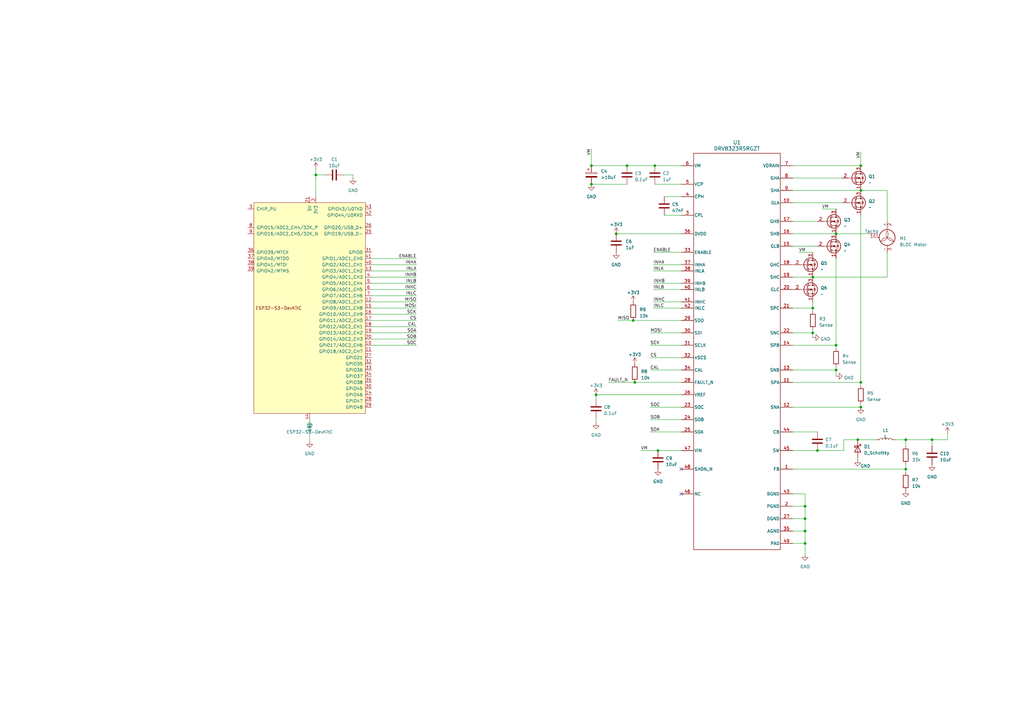
<source format=kicad_sch>
(kicad_sch (version 20230121) (generator eeschema)
  (paper "A3")
  (lib_symbols
    (symbol "2023-05-02_18-14-59:DRV8323RSRGZT" (pin_names (offset 0.254))
      (property "Reference" "U1" (at 0 85.725 0))
      (property "Value" "DRV8323RSRGZT" (at 0 83.185 0))
      (symbol "DRV8323RSRGZT_0_1"
        (polyline (pts (xy -17.78 -81.28) (xy 17.78 -81.28)) (stroke (width 0.2032)))
        (polyline (pts (xy -17.78 81.28) (xy -17.78 -81.28)) (stroke (width 0.2032)))
        (polyline (pts (xy 17.78 -81.28) (xy 17.78 81.28)) (stroke (width 0.2032)))
        (polyline (pts (xy 17.78 81.28) (xy -17.78 81.28)) (stroke (width 0.2032)))
        (pin input line (at 22.86 -48.26 180) (length 5.08) (name "FB") (number "1"))
        (pin output line (at 22.86 60.96 180) (length 5.08) (name "GLA") (number "10"))
        (pin input line (at 22.86 -12.7 180) (length 5.08) (name "SPA") (number "11"))
        (pin input line (at 22.86 -22.86 180) (length 5.08) (name "SNA") (number "12"))
        (pin input line (at 22.86 -7.62 180) (length 5.08) (name "SNB") (number "13"))
        (pin input line (at 22.86 2.54 180) (length 5.08) (name "SPB") (number "14"))
        (pin output line (at 22.86 43.18 180) (length 5.08) (name "GLB") (number "15"))
        (pin input line (at 22.86 48.26 180) (length 5.08) (name "SHB") (number "16"))
        (pin output line (at 22.86 53.34 180) (length 5.08) (name "GHB") (number "17"))
        (pin output line (at 22.86 35.56 180) (length 5.08) (name "GHC") (number "18"))
        (pin input line (at 22.86 30.48 180) (length 5.08) (name "SHC") (number "19"))
        (pin power_in line (at 22.86 -63.5 180) (length 5.08) (name "PGND") (number "2"))
        (pin output line (at 22.86 25.4 180) (length 5.08) (name "GLC") (number "20"))
        (pin input line (at 22.86 17.78 180) (length 5.08) (name "SPC") (number "21"))
        (pin input line (at 22.86 7.62 180) (length 5.08) (name "SNC") (number "22"))
        (pin output line (at -22.86 -22.86 0) (length 5.08) (name "SOC") (number "23"))
        (pin output line (at -22.86 -27.94 0) (length 5.08) (name "SOB") (number "24"))
        (pin output line (at -22.86 -33.02 0) (length 5.08) (name "SOA") (number "25"))
        (pin input line (at -22.86 -17.78 0) (length 5.08) (name "VREF") (number "26"))
        (pin power_in line (at 22.86 -68.58 180) (length 5.08) (name "DGND") (number "27"))
        (pin open_collector line (at -22.86 -12.7 0) (length 5.08) (name "FAULT_N") (number "28"))
        (pin unspecified line (at -22.86 55.88 0) (length 5.08) (name "CPL") (number "3"))
        (pin input line (at -22.86 40.64 0) (length 5.08) (name "ENABLE") (number "33"))
        (pin input line (at -22.86 -7.62 0) (length 5.08) (name "CAL") (number "34"))
        (pin power_in line (at 22.86 -73.66 180) (length 5.08) (name "AGND") (number "35"))
        (pin power_in line (at -22.86 48.26 0) (length 5.08) (name "DVDD") (number "36"))
        (pin input line (at -22.86 35.56 0) (length 5.08) (name "INHA") (number "37"))
        (pin input line (at -22.86 33.02 0) (length 5.08) (name "INLA") (number "38"))
        (pin input line (at -22.86 27.94 0) (length 5.08) (name "INHB") (number "39"))
        (pin unspecified line (at -22.86 63.5 0) (length 5.08) (name "CPH") (number "4"))
        (pin input line (at -22.86 25.4 0) (length 5.08) (name "INLB") (number "40"))
        (pin input line (at -22.86 20.32 0) (length 5.08) (name "INHC") (number "41"))
        (pin input line (at -22.86 17.78 0) (length 5.08) (name "INLC") (number "42"))
        (pin power_in line (at 22.86 -58.42 180) (length 5.08) (name "BGND") (number "43"))
        (pin power_in line (at 22.86 -33.02 180) (length 5.08) (name "CB") (number "44"))
        (pin power_in line (at 22.86 -40.64 180) (length 5.08) (name "SW") (number "45"))
        (pin unspecified line (at -22.86 -58.42 0) (length 5.08) (name "NC") (number "46"))
        (pin power_in line (at -22.86 -40.64 0) (length 5.08) (name "VIN") (number "47"))
        (pin input line (at -22.86 -48.26 0) (length 5.08) (name "SHDN_N") (number "48"))
        (pin power_in line (at 22.86 -78.74 180) (length 5.08) (name "PAD") (number "49"))
        (pin power_in line (at -22.86 68.58 0) (length 5.08) (name "VCP") (number "5"))
        (pin power_in line (at -22.86 76.2 0) (length 5.08) (name "VM") (number "6"))
        (pin input line (at 22.86 76.2 180) (length 5.08) (name "VDRAIN") (number "7"))
        (pin output line (at 22.86 71.12 180) (length 5.08) (name "GHA") (number "8"))
        (pin input line (at 22.86 66.04 180) (length 5.08) (name "SHA") (number "9"))
      )
      (symbol "DRV8323RSRGZT_1_1"
        (pin output line (at -22.86 12.7 0) (length 5.08) (name "SDO") (number "29"))
        (pin input line (at -22.86 7.62 0) (length 5.08) (name "SDI") (number "30"))
        (pin input line (at -22.86 2.54 0) (length 5.08) (name "SCLK") (number "31"))
        (pin input line (at -22.86 -2.54 0) (length 5.08) (name "nSCS") (number "32"))
      )
    )
    (symbol "Device:C" (pin_numbers hide) (pin_names (offset 0.254))
      (property "Reference" "C" (at 0.635 2.54 0))
      (property "Value" "C" (at 0.635 -2.54 0))
      (symbol "C_0_1"
        (polyline (pts (xy -2.032 -0.762) (xy 2.032 -0.762)) (stroke (width 0.508)))
        (polyline (pts (xy -2.032 0.762) (xy 2.032 0.762)) (stroke (width 0.508)))
      )
      (symbol "C_1_1"
        (pin passive line (at 0 3.81 270) (length 2.794) (name "~") (number "1"))
        (pin passive line (at 0 -3.81 90) (length 2.794) (name "~") (number "2"))
      )
    )
    (symbol "Device:C_Polarized" (pin_numbers hide) (pin_names (offset 0.254))
      (property "Reference" "C" (at 0.635 2.54 0))
      (property "Value" "C_Polarized" (at 0.635 -2.54 0))
      (symbol "C_Polarized_0_1"
        (rectangle (start -2.286 0.508) (end 2.286 1.016))
        (polyline (pts (xy -1.778 2.286) (xy -0.762 2.286)))
        (polyline (pts (xy -1.27 2.794) (xy -1.27 1.778)))
        (rectangle (start 2.286 -0.508) (end -2.286 -1.016) (fill (type outline)))
      )
      (symbol "C_Polarized_1_1"
        (pin passive line (at 0 3.81 270) (length 2.794) (name "~") (number "1"))
        (pin passive line (at 0 -3.81 90) (length 2.794) (name "~") (number "2"))
      )
    )
    (symbol "Device:D_Schottky" (pin_numbers hide) (pin_names (offset 1.016) hide)
      (property "Reference" "D" (at 0 2.54 0))
      (property "Value" "D_Schottky" (at 0 -2.54 0))
      (symbol "D_Schottky_0_1"
        (polyline (pts (xy 1.27 0) (xy -1.27 0)))
        (polyline (pts (xy 1.27 1.27) (xy 1.27 -1.27) (xy -1.27 0) (xy 1.27 1.27)) (stroke (width 0.254)))
        (polyline (pts (xy -1.905 0.635) (xy -1.905 1.27) (xy -1.27 1.27) (xy -1.27 -1.27) (xy -0.635 -1.27) (xy -0.635 -0.635)) (stroke (width 0.254)))
      )
      (symbol "D_Schottky_1_1"
        (pin passive line (at -3.81 0 0) (length 2.54) (name "K") (number "1"))
        (pin passive line (at 3.81 0 180) (length 2.54) (name "A") (number "2"))
      )
    )
    (symbol "Device:L" (pin_numbers hide) (pin_names (offset 1.016) hide)
      (property "Reference" "L" (at -1.27 0 90))
      (property "Value" "L" (at 1.905 0 90))
      (symbol "L_0_1"
        (arc (start 0 -2.54) (mid 0.6323 -1.905) (end 0 -1.27))
        (arc (start 0 -1.27) (mid 0.6323 -0.635) (end 0 0))
        (arc (start 0 0) (mid 0.6323 0.635) (end 0 1.27))
        (arc (start 0 1.27) (mid 0.6323 1.905) (end 0 2.54))
      )
      (symbol "L_1_1"
        (pin passive line (at 0 3.81 270) (length 1.27) (name "1") (number "1"))
        (pin passive line (at 0 -3.81 90) (length 1.27) (name "2") (number "2"))
      )
    )
    (symbol "Device:R" (pin_numbers hide) (pin_names (offset 0))
      (property "Reference" "R" (at 2.032 0 90))
      (property "Value" "R" (at 0 0 90))
      (symbol "R_0_1"
        (rectangle (start -1.016 -2.54) (end 1.016 2.54) (stroke (width 0.254)))
      )
      (symbol "R_1_1"
        (pin passive line (at 0 3.81 270) (length 1.27) (name "~") (number "1"))
        (pin passive line (at 0 -3.81 90) (length 1.27) (name "~") (number "2"))
      )
    )
    (symbol "Espressif:ESP32-S3-DevKitC" (pin_names (offset 1.016))
      (property "Reference" "U" (at -22.86 48.26 0))
      (property "Value" "ESP32-S3-DevKitC" (at -22.86 45.72 0))
      (symbol "ESP32-S3-DevKitC_0_0"
        (text "ESP32-S3-DevKitC" (at -12.7 0 0) (effects (font (size 1.27 1.27))))
        (pin bidirectional line (at 25.4 -35.56 180) (length 2.54) (name "GPIO46") (number "14"))
        (pin bidirectional line (at 25.4 -10.16 180) (length 2.54) (name "GPIO13/ADC2_CH2") (number "19"))
        (pin bidirectional line (at -25.4 15.24 0) (length 2.54) (name "GPIO42/MTMS") (number "39"))
        (pin bidirectional line (at 25.4 17.78 180) (length 2.54) (name "GPIO2/ADC1_CH1") (number "40"))
        (pin bidirectional line (at 25.4 20.32 180) (length 2.54) (name "GPIO1/ADC1_CH0") (number "41"))
        (pin bidirectional line (at 25.4 38.1 180) (length 2.54) (name "GPIO44/U0RXD") (number "42"))
        (pin bidirectional line (at 25.4 40.64 180) (length 2.54) (name "GPIO43/U0TXD") (number "43"))
        (pin power_in line (at 0 -43.18 270) (length 2.54) (name "GND") (number "44"))
      )
      (symbol "ESP32-S3-DevKitC_0_1"
        (rectangle (start -22.86 43.18) (end 22.86 -43.18) (fill (type background)))
        (pin power_in line (at 2.54 45.72 270) (length 2.54) (name "3V3") (number "2"))
      )
      (symbol "ESP32-S3-DevKitC_1_1"
        (pin passive line (at 2.54 45.72 270) (length 2.54) hide (name "3V3") (number "1"))
        (pin bidirectional line (at 25.4 -15.24 180) (length 2.54) (name "GPIO17/ADC2_CH6") (number "10"))
        (pin bidirectional line (at 25.4 -17.78 180) (length 2.54) (name "GPIO18/ADC2_CH7") (number "11"))
        (pin bidirectional line (at 25.4 2.54 180) (length 2.54) (name "GPIO8/ADC1_CH7") (number "12"))
        (pin bidirectional line (at 25.4 15.24 180) (length 2.54) (name "GPIO3/ADC1_CH2") (number "13"))
        (pin bidirectional line (at 25.4 0 180) (length 2.54) (name "GPIO9/ADC1_CH8") (number "15"))
        (pin bidirectional line (at 25.4 -2.54 180) (length 2.54) (name "GPIO10/ADC1_CH9") (number "16"))
        (pin bidirectional line (at 25.4 -5.08 180) (length 2.54) (name "GPIO11/ADC2_CH0") (number "17"))
        (pin bidirectional line (at 25.4 -7.62 180) (length 2.54) (name "GPIO12/ADC2_CH1") (number "18"))
        (pin bidirectional line (at 25.4 -12.7 180) (length 2.54) (name "GPIO14/ADC2_CH3") (number "20"))
        (pin power_in line (at 0 45.72 270) (length 2.54) (name "5V") (number "21"))
        (pin passive line (at 0 -43.18 270) (length 2.54) hide (name "GND") (number "22"))
        (pin passive line (at 0 -43.18 270) (length 2.54) hide (name "GND") (number "23"))
        (pin passive line (at 0 -43.18 270) (length 2.54) hide (name "GND") (number "24"))
        (pin bidirectional line (at 25.4 30.48 180) (length 2.54) (name "GPIO19/USB_D-") (number "25"))
        (pin bidirectional line (at 25.4 33.02 180) (length 2.54) (name "GPIO20/USB_D+") (number "26"))
        (pin bidirectional line (at 25.4 -20.32 180) (length 2.54) (name "GPIO21") (number "27"))
        (pin bidirectional line (at 25.4 -38.1 180) (length 2.54) (name "GPIO47") (number "28"))
        (pin bidirectional line (at 25.4 -40.64 180) (length 2.54) (name "GPIO48") (number "29"))
        (pin input line (at -25.4 40.64 0) (length 2.54) (name "CHIP_PU") (number "3"))
        (pin bidirectional line (at 25.4 -33.02 180) (length 2.54) (name "GPIO45") (number "30"))
        (pin bidirectional line (at 25.4 22.86 180) (length 2.54) (name "GPIO0") (number "31"))
        (pin bidirectional line (at 25.4 -22.86 180) (length 2.54) (name "GPIO35") (number "32"))
        (pin bidirectional line (at 25.4 -25.4 180) (length 2.54) (name "GPIO36") (number "33"))
        (pin bidirectional line (at 25.4 -27.94 180) (length 2.54) (name "GPIO37") (number "34"))
        (pin bidirectional line (at 25.4 -30.48 180) (length 2.54) (name "GPIO38") (number "35"))
        (pin bidirectional line (at -25.4 22.86 0) (length 2.54) (name "GPIO39/MTCK") (number "36"))
        (pin bidirectional line (at -25.4 20.32 0) (length 2.54) (name "GPIO40/MTDO") (number "37"))
        (pin bidirectional line (at -25.4 17.78 0) (length 2.54) (name "GPIO41/MTDI") (number "38"))
        (pin bidirectional line (at 25.4 12.7 180) (length 2.54) (name "GPIO4/ADC1_CH3") (number "4"))
        (pin bidirectional line (at 25.4 10.16 180) (length 2.54) (name "GPIO5/ADC1_CH4") (number "5"))
        (pin bidirectional line (at 25.4 7.62 180) (length 2.54) (name "GPIO6/ADC1_CH5") (number "6"))
        (pin bidirectional line (at 25.4 5.08 180) (length 2.54) (name "GPIO7/ADC1_CH6") (number "7"))
        (pin bidirectional line (at -25.4 33.02 0) (length 2.54) (name "GPIO15/ADC2_CH4/32K_P") (number "8"))
        (pin bidirectional line (at -25.4 30.48 0) (length 2.54) (name "GPIO16/ADC2_CH5/32K_N") (number "9"))
      )
    )
    (symbol "Motor:Fan_3pin" (pin_names (offset 0))
      (property "Reference" "M" (at 2.54 2.54 0))
      (property "Value" "Fan_3pin" (at 2.54 -5.08 0))
      (symbol "Fan_3pin_0_0"
        (arc (start -5.588 -1.016) (mid -5.08 -1.5218) (end -4.572 -1.016))
        (arc (start -5.08 -0.508) (mid -5.4392 -0.6568) (end -5.588 -1.016))
        (polyline (pts (xy -5.08 -0.508) (xy -5.334 -0.381)))
        (polyline (pts (xy -5.08 -0.508) (xy -5.207 -0.762)))
        (polyline (pts (xy -4.064 0) (xy -4.064 -1.524) (xy -3.302 -1.524)))
      )
      (symbol "Fan_3pin_0_1"
        (arc (start -2.54 -3.048) (mid 0.0028 -1.6279) (end 0 1.27))
        (circle (center 0 -1.524) (radius 3.2512) (stroke (width 0.254)))
        (polyline (pts (xy -4.064 0) (xy -5.08 0)))
        (polyline (pts (xy 0 -7.62) (xy 0 -7.112)))
        (polyline (pts (xy 0 -4.7752) (xy 0 -5.1816)))
        (polyline (pts (xy 0 1.7272) (xy 0 2.0828)))
        (polyline (pts (xy 0 2.032) (xy 0 2.54)))
        (arc (start 0 1.27) (mid 0.053 -1.619) (end 2.54 -3.048))
        (arc (start 2.54 -3.048) (mid 0 -1.4782) (end -2.54 -3.048))
      )
      (symbol "Fan_3pin_1_1"
        (pin passive line (at -7.62 0 0) (length 2.54) (name "Tacho") (number "1"))
        (pin passive line (at 0 5.08 270) (length 2.54) (name "+") (number "2"))
        (pin passive line (at 0 -7.62 90) (length 2.54) (name "-") (number "3"))
      )
    )
    (symbol "Transistor_FET:2N7000" (pin_names hide)
      (property "Reference" "Q" (at 5.08 1.905 0))
      (property "Value" "2N7000" (at 5.08 0 0))
      (symbol "2N7000_0_1"
        (polyline (pts (xy 0.254 0) (xy -2.54 0)))
        (polyline (pts (xy 0.254 1.905) (xy 0.254 -1.905)) (stroke (width 0.254)))
        (polyline (pts (xy 0.762 -1.27) (xy 0.762 -2.286)) (stroke (width 0.254)))
        (polyline (pts (xy 0.762 0.508) (xy 0.762 -0.508)) (stroke (width 0.254)))
        (polyline (pts (xy 0.762 2.286) (xy 0.762 1.27)) (stroke (width 0.254)))
        (polyline (pts (xy 2.54 2.54) (xy 2.54 1.778)))
        (polyline (pts (xy 2.54 -2.54) (xy 2.54 0) (xy 0.762 0)))
        (polyline (pts (xy 0.762 -1.778) (xy 3.302 -1.778) (xy 3.302 1.778) (xy 0.762 1.778)))
        (polyline (pts (xy 1.016 0) (xy 2.032 0.381) (xy 2.032 -0.381) (xy 1.016 0)) (fill (type outline)))
        (polyline (pts (xy 2.794 0.508) (xy 2.921 0.381) (xy 3.683 0.381) (xy 3.81 0.254)))
        (polyline (pts (xy 3.302 0.381) (xy 2.921 -0.254) (xy 3.683 -0.254) (xy 3.302 0.381)))
        (circle (center 1.651 0) (radius 2.794) (stroke (width 0.254)))
        (circle (center 2.54 -1.778) (radius 0.254) (fill (type outline)))
        (circle (center 2.54 1.778) (radius 0.254) (fill (type outline)))
      )
      (symbol "2N7000_1_1"
        (pin passive line (at 2.54 -5.08 90) (length 2.54) (name "S") (number "1"))
        (pin input line (at -5.08 0 0) (length 2.54) (name "G") (number "2"))
        (pin passive line (at 2.54 5.08 270) (length 2.54) (name "D") (number "3"))
      )
    )
    (symbol "power:+3V3" (power) (pin_names (offset 0))
      (property "Value" "+3V3" (at 0 3.556 0))
      (symbol "+3V3_0_1"
        (polyline (pts (xy -0.762 1.27) (xy 0 2.54)))
        (polyline (pts (xy 0 0) (xy 0 2.54)))
        (polyline (pts (xy 0 2.54) (xy 0.762 1.27)))
      )
      (symbol "+3V3_1_1"
        (pin power_in line (at 0 0 90) (length 0) hide (name "+3V3") (number "1"))
      )
    )
    (symbol "power:GND" (power) (pin_names (offset 0))
      (property "Value" "GND" (at 0 -3.81 0))
      (symbol "GND_0_1"
        (polyline (pts (xy 0 0) (xy 0 -1.27) (xy 1.27 -1.27) (xy 0 -2.54) (xy -1.27 -1.27) (xy 0 -1.27)))
      )
      (symbol "GND_1_1"
        (pin power_in line (at 0 0 270) (length 0) hide (name "GND") (number "1"))
      )
    )
  )
  (junction (at 260.35 156.845))
  (junction (at 330.2 212.725))
  (junction (at 252.73 95.885))
  (junction (at 342.9 95.885))
  (junction (at 268.605 67.945))
  (junction (at 244.475 161.925))
  (junction (at 382.27 180.34))
  (junction (at 259.715 131.445))
  (junction (at 335.28 184.785))
  (junction (at 269.875 184.785))
  (junction (at 353.06 78.105))
  (junction (at 330.2 222.885))
  (junction (at 342.9 151.765))
  (junction (at 353.06 67.945))
  (junction (at 242.57 67.945))
  (junction (at 129.54 71.755))
  (junction (at 353.06 167.005))
  (junction (at 330.2 217.805))
  (junction (at 333.375 136.525))
  (junction (at 242.57 75.565))
  (junction (at 351.79 180.34))
  (junction (at 342.9 141.605))
  (junction (at 257.175 67.945))
  (junction (at 333.375 126.365))
  (junction (at 353.06 156.845))
  (junction (at 330.2 207.645))
  (junction (at 333.375 113.665))
  (junction (at 371.475 180.34))
  (junction (at 371.475 192.405))
  (no_connect (at 279.4 202.565))
  (no_connect (at 279.4 192.405))
  (wire (pts (xy 152.4 141.605) (xy 170.815 141.605)))
  (wire (pts (xy 262.89 184.785) (xy 269.875 184.785)))
  (wire (pts (xy 152.4 106.045) (xy 170.815 106.045)))
  (wire (pts (xy 353.06 165.735) (xy 353.06 167.005)))
  (wire (pts (xy 351.79 187.96) (xy 351.79 188.595)))
  (wire (pts (xy 152.4 131.445) (xy 170.815 131.445)))
  (wire (pts (xy 371.475 182.88) (xy 371.475 180.34)))
  (wire (pts (xy 129.54 69.215) (xy 129.54 71.755)))
  (wire (pts (xy 267.97 126.365) (xy 279.4 126.365)))
  (wire (pts (xy 353.06 62.23) (xy 353.06 67.945)))
  (wire (pts (xy 242.57 60.96) (xy 242.57 67.945)))
  (wire (pts (xy 342.9 95.885) (xy 356.235 95.885)))
  (wire (pts (xy 325.12 90.805) (xy 335.28 90.805)))
  (wire (pts (xy 325.12 202.565) (xy 330.2 202.565)))
  (wire (pts (xy 252.73 95.885) (xy 279.4 95.885)))
  (wire (pts (xy 325.12 217.805) (xy 330.2 217.805)))
  (wire (pts (xy 342.9 151.765) (xy 342.9 150.495)))
  (wire (pts (xy 333.375 138.43) (xy 333.375 136.525)))
  (wire (pts (xy 342.9 142.875) (xy 342.9 141.605)))
  (wire (pts (xy 325.12 113.665) (xy 333.375 113.665)))
  (wire (pts (xy 260.35 156.845) (xy 279.4 156.845)))
  (wire (pts (xy 266.7 141.605) (xy 279.4 141.605)))
  (wire (pts (xy 330.2 202.565) (xy 330.2 207.645)))
  (wire (pts (xy 152.4 123.825) (xy 170.815 123.825)))
  (wire (pts (xy 152.4 126.365) (xy 170.815 126.365)))
  (wire (pts (xy 333.375 123.825) (xy 333.375 126.365)))
  (wire (pts (xy 325.12 207.645) (xy 330.2 207.645)))
  (wire (pts (xy 272.415 88.265) (xy 279.4 88.265)))
  (wire (pts (xy 266.7 136.525) (xy 279.4 136.525)))
  (wire (pts (xy 266.7 167.005) (xy 279.4 167.005)))
  (wire (pts (xy 325.12 83.185) (xy 345.44 83.185)))
  (wire (pts (xy 325.12 73.025) (xy 345.44 73.025)))
  (wire (pts (xy 333.375 126.365) (xy 333.375 127.635)))
  (wire (pts (xy 152.4 116.205) (xy 170.815 116.205)))
  (wire (pts (xy 266.7 146.685) (xy 279.4 146.685)))
  (wire (pts (xy 371.475 192.405) (xy 371.475 190.5)))
  (wire (pts (xy 267.97 108.585) (xy 279.4 108.585)))
  (wire (pts (xy 325.12 222.885) (xy 330.2 222.885)))
  (wire (pts (xy 266.7 172.085) (xy 279.4 172.085)))
  (wire (pts (xy 140.97 71.755) (xy 144.78 71.755)))
  (wire (pts (xy 382.27 180.34) (xy 388.62 180.34)))
  (wire (pts (xy 152.4 111.125) (xy 170.815 111.125)))
  (wire (pts (xy 382.27 180.34) (xy 382.27 182.88)))
  (wire (pts (xy 152.4 133.985) (xy 170.815 133.985)))
  (wire (pts (xy 325.12 95.885) (xy 342.9 95.885)))
  (wire (pts (xy 333.375 113.665) (xy 363.855 113.665)))
  (wire (pts (xy 267.97 118.745) (xy 279.4 118.745)))
  (wire (pts (xy 363.855 78.105) (xy 363.855 90.805)))
  (wire (pts (xy 353.06 167.005) (xy 325.12 167.005)))
  (wire (pts (xy 363.855 103.505) (xy 363.855 113.665)))
  (wire (pts (xy 325.12 108.585) (xy 325.755 108.585)))
  (wire (pts (xy 325.12 184.785) (xy 335.28 184.785)))
  (wire (pts (xy 152.4 113.665) (xy 170.815 113.665)))
  (wire (pts (xy 325.12 118.745) (xy 325.755 118.745)))
  (wire (pts (xy 330.2 217.805) (xy 330.2 222.885)))
  (wire (pts (xy 330.2 222.885) (xy 330.2 227.33)))
  (wire (pts (xy 242.57 75.565) (xy 257.175 75.565)))
  (wire (pts (xy 152.4 139.065) (xy 170.815 139.065)))
  (wire (pts (xy 244.475 161.925) (xy 244.475 163.83)))
  (wire (pts (xy 333.375 136.525) (xy 325.12 136.525)))
  (wire (pts (xy 244.475 171.45) (xy 244.475 173.355)))
  (wire (pts (xy 342.9 141.605) (xy 342.9 106.045)))
  (wire (pts (xy 129.54 71.755) (xy 129.54 80.645)))
  (wire (pts (xy 330.2 212.725) (xy 330.2 217.805)))
  (wire (pts (xy 272.415 80.645) (xy 279.4 80.645)))
  (wire (pts (xy 325.12 151.765) (xy 342.9 151.765)))
  (wire (pts (xy 325.12 177.165) (xy 335.28 177.165)))
  (wire (pts (xy 346.075 180.34) (xy 346.075 184.785)))
  (wire (pts (xy 371.475 180.34) (xy 382.27 180.34)))
  (wire (pts (xy 257.175 67.945) (xy 268.605 67.945)))
  (wire (pts (xy 242.57 67.945) (xy 257.175 67.945)))
  (wire (pts (xy 266.7 151.765) (xy 279.4 151.765)))
  (wire (pts (xy 327.66 103.505) (xy 333.375 103.505)))
  (wire (pts (xy 325.12 192.405) (xy 371.475 192.405)))
  (wire (pts (xy 144.78 71.755) (xy 144.78 73.025)))
  (wire (pts (xy 267.97 111.125) (xy 279.4 111.125)))
  (wire (pts (xy 249.555 156.845) (xy 260.35 156.845)))
  (wire (pts (xy 351.79 180.34) (xy 346.075 180.34)))
  (wire (pts (xy 333.375 135.255) (xy 333.375 136.525)))
  (wire (pts (xy 244.475 161.925) (xy 279.4 161.925)))
  (wire (pts (xy 353.06 156.845) (xy 353.06 158.115)))
  (wire (pts (xy 269.875 184.785) (xy 279.4 184.785)))
  (wire (pts (xy 388.62 177.8) (xy 388.62 180.34)))
  (wire (pts (xy 333.375 126.365) (xy 325.12 126.365)))
  (wire (pts (xy 152.4 128.905) (xy 170.815 128.905)))
  (wire (pts (xy 152.4 108.585) (xy 170.815 108.585)))
  (wire (pts (xy 267.97 123.825) (xy 279.4 123.825)))
  (wire (pts (xy 129.54 71.755) (xy 133.35 71.755)))
  (wire (pts (xy 325.12 78.105) (xy 353.06 78.105)))
  (wire (pts (xy 353.06 78.105) (xy 363.855 78.105)))
  (wire (pts (xy 152.4 136.525) (xy 170.815 136.525)))
  (wire (pts (xy 253.365 131.445) (xy 259.715 131.445)))
  (wire (pts (xy 266.7 177.165) (xy 279.4 177.165)))
  (wire (pts (xy 330.2 207.645) (xy 330.2 212.725)))
  (wire (pts (xy 259.715 131.445) (xy 279.4 131.445)))
  (wire (pts (xy 325.12 67.945) (xy 353.06 67.945)))
  (wire (pts (xy 325.12 100.965) (xy 335.28 100.965)))
  (wire (pts (xy 268.605 75.565) (xy 279.4 75.565)))
  (wire (pts (xy 267.97 116.205) (xy 279.4 116.205)))
  (wire (pts (xy 346.075 184.785) (xy 335.28 184.785)))
  (wire (pts (xy 342.9 154.305) (xy 342.9 151.765)))
  (wire (pts (xy 325.12 141.605) (xy 342.9 141.605)))
  (wire (pts (xy 371.475 180.34) (xy 367.03 180.34)))
  (wire (pts (xy 337.185 85.725) (xy 342.9 85.725)))
  (wire (pts (xy 267.97 103.505) (xy 279.4 103.505)))
  (wire (pts (xy 152.4 121.285) (xy 170.815 121.285)))
  (wire (pts (xy 325.12 156.845) (xy 353.06 156.845)))
  (wire (pts (xy 268.605 67.945) (xy 279.4 67.945)))
  (wire (pts (xy 359.41 180.34) (xy 351.79 180.34)))
  (wire (pts (xy 152.4 118.745) (xy 170.815 118.745)))
  (wire (pts (xy 353.06 88.265) (xy 353.06 156.845)))
  (wire (pts (xy 127 172.085) (xy 127 180.975)))
  (wire (pts (xy 371.475 193.675) (xy 371.475 192.405)))
  (wire (pts (xy 325.12 212.725) (xy 330.2 212.725)))
  (label "CAL" (at 266.7 151.765 0))
  (label "INLC" (at 267.97 126.365 0))
  (label "INHB" (at 170.815 113.665 180))
  (label "INLB" (at 170.815 116.205 180))
  (label "VM" (at 353.06 62.23 270))
  (label "SOA" (at 170.815 136.525 180))
  (label "SOB" (at 266.7 172.085 0))
  (label "INHC" (at 170.815 118.745 180))
  (label "FAULT_N" (at 249.555 156.845 0))
  (label "INHA" (at 170.815 108.585 180))
  (label "SCK" (at 266.7 141.605 0))
  (label "INHC" (at 267.97 123.825 0))
  (label "SOB" (at 170.815 139.065 180))
  (label "VM" (at 327.66 103.505 0))
  (label "INLB" (at 267.97 118.745 0))
  (label "INLC" (at 170.815 121.285 180))
  (label "SOC" (at 170.815 141.605 180))
  (label "MISO" (at 170.815 123.825 180))
  (label "MISO" (at 253.365 131.445 0))
  (label "CAL" (at 170.815 133.985 180))
  (label "ENABLE" (at 267.97 103.505 0))
  (label "CS" (at 170.815 131.445 180))
  (label "SOC" (at 266.7 167.005 0))
  (label "SOA" (at 266.7 177.165 0))
  (label "INHA" (at 267.97 108.585 0))
  (label "SCK" (at 170.815 128.905 180))
  (label "ENABLE" (at 170.815 106.045 180))
  (label "MOSI" (at 170.815 126.365 180))
  (label "VM" (at 337.185 85.725 0))
  (label "MOSI" (at 266.7 136.525 0))
  (label "INLA" (at 267.97 111.125 0))
  (label "INLA" (at 170.815 111.125 180))
  (label "VM" (at 242.57 60.96 270))
  (label "INHB" (at 267.97 116.205 0))
  (label "VM" (at 262.89 184.785 0))
  (label "CS" (at 266.7 146.685 0))
  (symbol (lib_id "Device:R") (at 353.06 161.925 180) (unit 1)
    (property "Reference" "R5" (at 355.6 161.29 0) (effects (justify right)))
    (property "Value" "Sense" (at 355.6 163.83 0) (effects (justify right)))
  )
  (symbol (lib_id "Device:C_Polarized") (at 242.57 71.755 0) (unit 1)
    (property "Reference" "C4" (at 246.38 70.231 0) (effects (justify left)))
    (property "Value" ">10uF" (at 246.38 72.771 0) (effects (justify left)))
  )
  (symbol (lib_id "power:GND") (at 382.27 190.5 0) (unit 1)
    (property "Reference" "#PWR021" (effects hide))
    (property "Value" "GND" (at 382.27 195.58 0))
  )
  (symbol (lib_id "2023-05-02_18-14-59:DRV8323RSRGZT") (at 302.26 144.145 0) (unit 1)
    (property "Reference" "U1" (at 302.26 58.42 0) (effects (font (size 1.524 1.524))))
    (property "Value" "DRV8323RSRGZT" (at 302.26 60.96 0) (effects (font (size 1.524 1.524))))
    (property "Footprint" "RGZ0048A" (effects hide))
    (property "Datasheet" "DRV8323RSRGZT" (effects hide))
  )
  (symbol (lib_id "power:+3V3") (at 260.35 149.225 0) (unit 1)
    (property "Reference" "#PWR016" (effects hide))
    (property "Value" "+3V3" (at 260.35 145.415 0))
  )
  (symbol (lib_id "Device:C") (at 252.73 99.695 0) (unit 1)
    (property "Reference" "C6" (at 256.54 99.06 0) (effects (justify left)))
    (property "Value" "1uF" (at 256.54 101.6 0) (effects (justify left)))
  )
  (symbol (lib_id "Device:C") (at 137.16 71.755 90) (unit 1)
    (property "Reference" "C1" (at 137.16 65.405 90))
    (property "Value" "10uF" (at 137.16 67.945 90))
  )
  (symbol (lib_id "power:GND") (at 127 180.975 0) (unit 1)
    (property "Reference" "#PWR01" (effects hide))
    (property "Value" "GND" (at 127 186.055 0))
  )
  (symbol (lib_id "Transistor_FET:2N7000") (at 330.835 118.745 0) (unit 1)
    (property "Reference" "Q6" (at 336.55 118.11 0) (effects (justify left)))
    (property "Value" "~" (at 336.55 120.65 0) (effects (justify left)))
    (property "Footprint" "Package_TO_SOT_THT:TO-92_Inline" (effects hide))
    (property "Datasheet" "https://www.vishay.com/docs/70226/70226.pdf" (effects hide))
  )
  (symbol (lib_id "power:+3V3") (at 388.62 177.8 0) (unit 1)
    (property "Reference" "#PWR019" (effects hide))
    (property "Value" "+3V3" (at 388.62 173.99 0))
  )
  (symbol (lib_id "power:GND") (at 342.9 154.305 90) (unit 1)
    (property "Reference" "#PWR010" (effects hide))
    (property "Value" "GND" (at 346.075 154.94 90) (effects (justify right)))
  )
  (symbol (lib_id "Device:C") (at 244.475 167.64 180) (unit 1)
    (property "Reference" "C8" (at 247.65 167.005 0) (effects (justify right)))
    (property "Value" "0.1uF" (at 247.65 169.545 0) (effects (justify right)))
  )
  (symbol (lib_id "power:GND") (at 333.375 138.43 90) (unit 1)
    (property "Reference" "#PWR011" (effects hide))
    (property "Value" "GND" (at 336.55 139.065 90) (effects (justify right)))
  )
  (symbol (lib_id "Motor:Fan_3pin") (at 363.855 95.885 0) (unit 1)
    (property "Reference" "M1" (at 368.935 97.79 0) (effects (justify left)))
    (property "Value" "BLDC Motor" (at 368.935 100.33 0) (effects (justify left)))
    (property "Datasheet" "http://www.hardwarecanucks.com/forum/attachments/new-builds/16287d1330775095-help-chassis-power-fan-connectors-motherboard-asus_p8z68.jpg" (effects hide))
  )
  (symbol (lib_id "power:GND") (at 269.875 192.405 0) (unit 1)
    (property "Reference" "#PWR018" (effects hide))
    (property "Value" "GND" (at 269.875 197.485 0))
  )
  (symbol (lib_id "Device:L") (at 363.22 180.34 90) (unit 1)
    (property "Reference" "L1" (at 363.22 176.53 90))
    (property "Value" "L" (at 363.22 179.07 90))
  )
  (symbol (lib_id "power:GND") (at 244.475 173.355 0) (unit 1)
    (property "Reference" "#PWR014" (effects hide))
    (property "Value" "GND" (at 244.475 178.435 0))
  )
  (symbol (lib_id "power:+3V3") (at 129.54 69.215 0) (unit 1)
    (property "Reference" "#PWR02" (effects hide))
    (property "Value" "+3V3" (at 129.54 65.405 0))
  )
  (symbol (lib_id "power:+3V3") (at 244.475 161.925 0) (unit 1)
    (property "Reference" "#PWR015" (effects hide))
    (property "Value" "+3V3" (at 244.475 158.115 0))
  )
  (symbol (lib_id "Transistor_FET:2N7000") (at 330.835 108.585 0) (unit 1)
    (property "Reference" "Q5" (at 336.55 107.95 0) (effects (justify left)))
    (property "Value" "~" (at 336.55 110.49 0) (effects (justify left)))
    (property "Footprint" "Package_TO_SOT_THT:TO-92_Inline" (effects hide))
    (property "Datasheet" "https://www.vishay.com/docs/70226/70226.pdf" (effects hide))
  )
  (symbol (lib_id "power:GND") (at 330.2 227.33 0) (unit 1)
    (property "Reference" "#PWR06" (effects hide))
    (property "Value" "GND" (at 330.2 232.41 0))
  )
  (symbol (lib_id "Device:R") (at 371.475 197.485 180) (unit 1)
    (property "Reference" "R7" (at 374.015 196.85 0) (effects (justify right)))
    (property "Value" "10k" (at 374.015 199.39 0) (effects (justify right)))
  )
  (symbol (lib_id "power:GND") (at 351.79 188.595 0) (unit 1)
    (property "Reference" "#PWR012" (effects hide))
    (property "Value" "GND" (at 354.965 191.135 0))
  )
  (symbol (lib_id "Device:R") (at 333.375 131.445 180) (unit 1)
    (property "Reference" "R3" (at 335.915 130.81 0) (effects (justify right)))
    (property "Value" "Sense" (at 335.915 133.35 0) (effects (justify right)))
  )
  (symbol (lib_id "power:GND") (at 242.57 75.565 0) (unit 1)
    (property "Reference" "#PWR08" (effects hide))
    (property "Value" "GND" (at 242.57 80.645 0))
  )
  (symbol (lib_id "Transistor_FET:2N7000") (at 350.52 83.185 0) (unit 1)
    (property "Reference" "Q2" (at 356.235 82.55 0) (effects (justify left)))
    (property "Value" "~" (at 356.235 85.09 0) (effects (justify left)))
    (property "Footprint" "Package_TO_SOT_THT:TO-92_Inline" (effects hide))
    (property "Datasheet" "https://www.vishay.com/docs/70226/70226.pdf" (effects hide))
  )
  (symbol (lib_id "Transistor_FET:2N7000") (at 350.52 73.025 0) (unit 1)
    (property "Reference" "Q1" (at 356.235 72.39 0) (effects (justify left)))
    (property "Value" "~" (at 356.235 74.93 0) (effects (justify left)))
    (property "Footprint" "Package_TO_SOT_THT:TO-92_Inline" (effects hide))
    (property "Datasheet" "https://www.vishay.com/docs/70226/70226.pdf" (effects hide))
  )
  (symbol (lib_id "Espressif:ESP32-S3-DevKitC") (at 127 126.365 0) (unit 1)
    (property "Reference" "U2" (at 127 174.625 0))
    (property "Value" "ESP32-S3-DevKitC" (at 127 177.165 0))
    (property "Footprint" "Espressif:ESP32-S3-DevKitC" (effects hide))
  )
  (symbol (lib_id "Device:C") (at 272.415 84.455 180) (unit 1)
    (property "Reference" "C5" (at 275.59 83.82 0) (effects (justify right)))
    (property "Value" "47nF" (at 275.59 86.36 0) (effects (justify right)))
  )
  (symbol (lib_id "Device:D_Schottky") (at 351.79 184.15 270) (unit 1)
    (property "Reference" "D1" (at 354.33 183.1975 90) (effects (justify left)))
    (property "Value" "D_Schottky" (at 354.33 185.7375 90) (effects (justify left)))
  )
  (symbol (lib_id "Device:C") (at 335.28 180.975 180) (unit 1)
    (property "Reference" "C7" (at 338.455 180.34 0) (effects (justify right)))
    (property "Value" "0.1uF" (at 338.455 182.88 0) (effects (justify right)))
  )
  (symbol (lib_id "power:+3V3") (at 259.715 123.825 0) (unit 1)
    (property "Reference" "#PWR017" (effects hide))
    (property "Value" "+3V3" (at 259.715 120.015 0))
  )
  (symbol (lib_id "Transistor_FET:2N7000") (at 340.36 100.965 0) (unit 1)
    (property "Reference" "Q4" (at 346.075 100.33 0) (effects (justify left)))
    (property "Value" "~" (at 346.075 102.87 0) (effects (justify left)))
    (property "Footprint" "Package_TO_SOT_THT:TO-92_Inline" (effects hide))
    (property "Datasheet" "https://www.vishay.com/docs/70226/70226.pdf" (effects hide))
  )
  (symbol (lib_id "Device:C") (at 382.27 186.69 180) (unit 1)
    (property "Reference" "C10" (at 385.445 186.055 0) (effects (justify right)))
    (property "Value" "10uF" (at 385.445 188.595 0) (effects (justify right)))
  )
  (symbol (lib_id "Device:C") (at 257.175 71.755 180) (unit 1)
    (property "Reference" "C3" (at 260.35 71.12 0) (effects (justify right)))
    (property "Value" "0.1uF" (at 260.35 73.66 0) (effects (justify right)))
  )
  (symbol (lib_id "Device:C") (at 269.875 188.595 180) (unit 1)
    (property "Reference" "C9" (at 273.05 187.96 0) (effects (justify right)))
    (property "Value" "10uF" (at 273.05 190.5 0) (effects (justify right)))
  )
  (symbol (lib_id "Transistor_FET:2N7000") (at 340.36 90.805 0) (unit 1)
    (property "Reference" "Q3" (at 346.075 90.17 0) (effects (justify left)))
    (property "Value" "~" (at 346.075 92.71 0) (effects (justify left)))
    (property "Footprint" "Package_TO_SOT_THT:TO-92_Inline" (effects hide))
    (property "Datasheet" "https://www.vishay.com/docs/70226/70226.pdf" (effects hide))
  )
  (symbol (lib_id "Device:R") (at 260.35 153.035 180) (unit 1)
    (property "Reference" "R8" (at 262.89 152.4 0) (effects (justify right)))
    (property "Value" "10k" (at 262.89 154.94 0) (effects (justify right)))
  )
  (symbol (lib_id "Device:R") (at 371.475 186.69 180) (unit 1)
    (property "Reference" "R6" (at 374.015 186.055 0) (effects (justify right)))
    (property "Value" "33k" (at 374.015 188.595 0) (effects (justify right)))
  )
  (symbol (lib_id "Device:R") (at 259.715 127.635 180) (unit 1)
    (property "Reference" "R9" (at 262.255 127 0) (effects (justify right)))
    (property "Value" "10k" (at 262.255 129.54 0) (effects (justify right)))
  )
  (symbol (lib_id "power:GND") (at 371.475 201.295 0) (unit 1)
    (property "Reference" "#PWR013" (effects hide))
    (property "Value" "GND" (at 371.475 206.375 0))
  )
  (symbol (lib_id "power:GND") (at 144.78 73.025 0) (unit 1)
    (property "Reference" "#PWR03" (effects hide))
    (property "Value" "GND" (at 144.78 78.105 0))
  )
  (symbol (lib_id "power:+3V3") (at 252.73 95.885 0) (unit 1)
    (property "Reference" "#PWR020" (effects hide))
    (property "Value" "+3V3" (at 252.73 92.075 0))
  )
  (symbol (lib_id "power:GND") (at 353.06 167.005 0) (unit 1)
    (property "Reference" "#PWR07" (effects hide))
    (property "Value" "GND" (at 353.06 172.085 0))
  )
  (symbol (lib_id "Device:C") (at 268.605 71.755 180) (unit 1)
    (property "Reference" "C2" (at 271.78 71.12 0) (effects (justify right)))
    (property "Value" "1uF" (at 271.78 73.66 0) (effects (justify right)))
  )
  (symbol (lib_id "Device:R") (at 342.9 146.685 180) (unit 1)
    (property "Reference" "R4" (at 345.44 146.05 0) (effects (justify right)))
    (property "Value" "Sense" (at 345.44 148.59 0) (effects (justify right)))
  )
  (symbol (lib_id "power:GND") (at 252.73 103.505 0) (unit 1)
    (property "Reference" "#PWR09" (effects hide))
    (property "Value" "GND" (at 252.73 108.585 0))
  )
)
</source>
